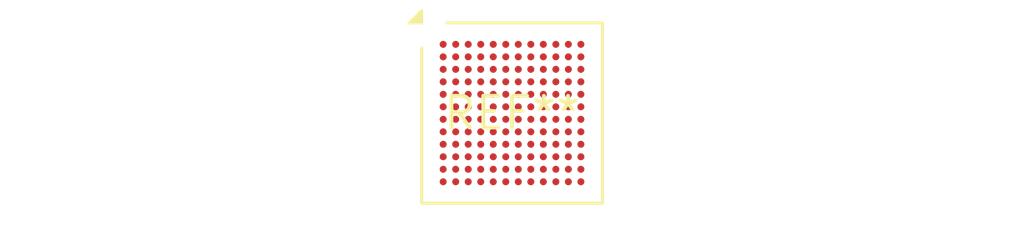
<source format=kicad_pcb>
(kicad_pcb (version 20240108) (generator pcbnew)
  (layers (0 "F.Cu" signal) (31 "B.Cu" signal) (34 "B.Paste" user) (35 "F.Paste" user) (36 "B.SilkS" user "B.Silkscreen") (37 "F.SilkS" user "F.Silkscreen") (38 "B.Mask" user) (39 "F.Mask" user) (44 "Edge.Cuts" user))
  (net 0 "")
  (footprint "UFBGA-144_7x7mm_Layout12x12_P0.5mm" (layer "F.Cu") (at 0 0)
    (property "Reference" "REF**")
    (property "Value" "UFBGA-144_7x7mm_Layout12x12_P0.5mm")
    (fp_line (start -3.61 3.61) (end -3.61 -2.61) (layer "F.SilkS") (stroke (width 0.12)))
    (fp_line (start -2.61 -3.61) (end 3.61 -3.61) (layer "F.SilkS") (stroke (width 0.12)))
    (fp_line (start 3.61 -3.61) (end 3.61 3.61) (layer "F.SilkS") (stroke (width 0.12)))
    (fp_line (start 3.61 3.61) (end -3.61 3.61) (layer "F.SilkS") (stroke (width 0.12)))
    (fp_poly (pts (xy -3.61 -3.61) (xy -4.11 -3.61) (xy -3.61 -4.11) (xy -3.61 -3.61)) (layer "F.SilkS") (stroke (width 0.12)) (fill solid))
    (pad "A1" smd circle (at -2.75 -2.75) (size 0.28 0.28) (property pad_prop_bga) (layers "F.Cu" "F.Paste" "F.Mask"))
    (pad "A2" smd circle (at -2.25 -2.75) (size 0.28 0.28) (property pad_prop_bga) (layers "F.Cu" "F.Paste" "F.Mask"))
    (pad "A3" smd circle (at -1.75 -2.75) (size 0.28 0.28) (property pad_prop_bga) (layers "F.Cu" "F.Paste" "F.Mask"))
    (pad "A4" smd circle (at -1.25 -2.75) (size 0.28 0.28) (property pad_prop_bga) (layers "F.Cu" "F.Paste" "F.Mask"))
    (pad "A5" smd circle (at -0.75 -2.75) (size 0.28 0.28) (property pad_prop_bga) (layers "F.Cu" "F.Paste" "F.Mask"))
    (pad "A6" smd circle (at -0.25 -2.75) (size 0.28 0.28) (property pad_prop_bga) (layers "F.Cu" "F.Paste" "F.Mask"))
    (pad "A7" smd circle (at 0.25 -2.75) (size 0.28 0.28) (property pad_prop_bga) (layers "F.Cu" "F.Paste" "F.Mask"))
    (pad "A8" smd circle (at 0.75 -2.75) (size 0.28 0.28) (property pad_prop_bga) (layers "F.Cu" "F.Paste" "F.Mask"))
    (pad "A9" smd circle (at 1.25 -2.75) (size 0.28 0.28) (property pad_prop_bga) (layers "F.Cu" "F.Paste" "F.Mask"))
    (pad "A10" smd circle (at 1.75 -2.75) (size 0.28 0.28) (property pad_prop_bga) (layers "F.Cu" "F.Paste" "F.Mask"))
    (pad "A11" smd circle (at 2.25 -2.75) (size 0.28 0.28) (property pad_prop_bga) (layers "F.Cu" "F.Paste" "F.Mask"))
    (pad "A12" smd circle (at 2.75 -2.75) (size 0.28 0.28) (property pad_prop_bga) (layers "F.Cu" "F.Paste" "F.Mask"))
    (pad "B1" smd circle (at -2.75 -2.25) (size 0.28 0.28) (property pad_prop_bga) (layers "F.Cu" "F.Paste" "F.Mask"))
    (pad "B2" smd circle (at -2.25 -2.25) (size 0.28 0.28) (property pad_prop_bga) (layers "F.Cu" "F.Paste" "F.Mask"))
    (pad "B3" smd circle (at -1.75 -2.25) (size 0.28 0.28) (property pad_prop_bga) (layers "F.Cu" "F.Paste" "F.Mask"))
    (pad "B4" smd circle (at -1.25 -2.25) (size 0.28 0.28) (property pad_prop_bga) (layers "F.Cu" "F.Paste" "F.Mask"))
    (pad "B5" smd circle (at -0.75 -2.25) (size 0.28 0.28) (property pad_prop_bga) (layers "F.Cu" "F.Paste" "F.Mask"))
    (pad "B6" smd circle (at -0.25 -2.25) (size 0.28 0.28) (property pad_prop_bga) (layers "F.Cu" "F.Paste" "F.Mask"))
    (pad "B7" smd circle (at 0.25 -2.25) (size 0.28 0.28) (property pad_prop_bga) (layers "F.Cu" "F.Paste" "F.Mask"))
    (pad "B8" smd circle (at 0.75 -2.25) (size 0.28 0.28) (property pad_prop_bga) (layers "F.Cu" "F.Paste" "F.Mask"))
    (pad "B9" smd circle (at 1.25 -2.25) (size 0.28 0.28) (property pad_prop_bga) (layers "F.Cu" "F.Paste" "F.Mask"))
    (pad "B10" smd circle (at 1.75 -2.25) (size 0.28 0.28) (property pad_prop_bga) (layers "F.Cu" "F.Paste" "F.Mask"))
    (pad "B11" smd circle (at 2.25 -2.25) (size 0.28 0.28) (property pad_prop_bga) (layers "F.Cu" "F.Paste" "F.Mask"))
    (pad "B12" smd circle (at 2.75 -2.25) (size 0.28 0.28) (property pad_prop_bga) (layers "F.Cu" "F.Paste" "F.Mask"))
    (pad "C1" smd circle (at -2.75 -1.75) (size 0.28 0.28) (property pad_prop_bga) (layers "F.Cu" "F.Paste" "F.Mask"))
    (pad "C2" smd circle (at -2.25 -1.75) (size 0.28 0.28) (property pad_prop_bga) (layers "F.Cu" "F.Paste" "F.Mask"))
    (pad "C3" smd circle (at -1.75 -1.75) (size 0.28 0.28) (property pad_prop_bga) (layers "F.Cu" "F.Paste" "F.Mask"))
    (pad "C4" smd circle (at -1.25 -1.75) (size 0.28 0.28) (property pad_prop_bga) (layers "F.Cu" "F.Paste" "F.Mask"))
    (pad "C5" smd circle (at -0.75 -1.75) (size 0.28 0.28) (property pad_prop_bga) (layers "F.Cu" "F.Paste" "F.Mask"))
    (pad "C6" smd circle (at -0.25 -1.75) (size 0.28 0.28) (property pad_prop_bga) (layers "F.Cu" "F.Paste" "F.Mask"))
    (pad "C7" smd circle (at 0.25 -1.75) (size 0.28 0.28) (property pad_prop_bga) (layers "F.Cu" "F.Paste" "F.Mask"))
    (pad "C8" smd circle (at 0.75 -1.75) (size 0.28 0.28) (property pad_prop_bga) (layers "F.Cu" "F.Paste" "F.Mask"))
    (pad "C9" smd circle (at 1.25 -1.75) (size 0.28 0.28) (property pad_prop_bga) (layers "F.Cu" "F.Paste" "F.Mask"))
    (pad "C10" smd circle (at 1.75 -1.75) (size 0.28 0.28) (property pad_prop_bga) (layers "F.Cu" "F.Paste" "F.Mask"))
    (pad "C11" smd circle (at 2.25 -1.75) (size 0.28 0.28) (property pad_prop_bga) (layers "F.Cu" "F.Paste" "F.Mask"))
    (pad "C12" smd circle (at 2.75 -1.75) (size 0.28 0.28) (property pad_prop_bga) (layers "F.Cu" "F.Paste" "F.Mask"))
    (pad "D1" smd circle (at -2.75 -1.25) (size 0.28 0.28) (property pad_prop_bga) (layers "F.Cu" "F.Paste" "F.Mask"))
    (pad "D2" smd circle (at -2.25 -1.25) (size 0.28 0.28) (property pad_prop_bga) (layers "F.Cu" "F.Paste" "F.Mask"))
    (pad "D3" smd circle (at -1.75 -1.25) (size 0.28 0.28) (property pad_prop_bga) (layers "F.Cu" "F.Paste" "F.Mask"))
    (pad "D4" smd circle (at -1.25 -1.25) (size 0.28 0.28) (property pad_prop_bga) (layers "F.Cu" "F.Paste" "F.Mask"))
    (pad "D5" smd circle (at -0.75 -1.25) (size 0.28 0.28) (property pad_prop_bga) (layers "F.Cu" "F.Paste" "F.Mask"))
    (pad "D6" smd circle (at -0.25 -1.25) (size 0.28 0.28) (property pad_prop_bga) (layers "F.Cu" "F.Paste" "F.Mask"))
    (pad "D7" smd circle (at 0.25 -1.25) (size 0.28 0.28) (property pad_prop_bga) (layers "F.Cu" "F.Paste" "F.Mask"))
    (pad "D8" smd circle (at 0.75 -1.25) (size 0.28 0.28) (property pad_prop_bga) (layers "F.Cu" "F.Paste" "F.Mask"))
    (pad "D9" smd circle (at 1.25 -1.25) (size 0.28 0.28) (property pad_prop_bga) (layers "F.Cu" "F.Paste" "F.Mask"))
    (pad "D10" smd circle (at 1.75 -1.25) (size 0.28 0.28) (property pad_prop_bga) (layers "F.Cu" "F.Paste" "F.Mask"))
    (pad "D11" smd circle (at 2.25 -1.25) (size 0.28 0.28) (property pad_prop_bga) (layers "F.Cu" "F.Paste" "F.Mask"))
    (pad "D12" smd circle (at 2.75 -1.25) (size 0.28 0.28) (property pad_prop_bga) (layers "F.Cu" "F.Paste" "F.Mask"))
    (pad "E1" smd circle (at -2.75 -0.75) (size 0.28 0.28) (property pad_prop_bga) (layers "F.Cu" "F.Paste" "F.Mask"))
    (pad "E2" smd circle (at -2.25 -0.75) (size 0.28 0.28) (property pad_prop_bga) (layers "F.Cu" "F.Paste" "F.Mask"))
    (pad "E3" smd circle (at -1.75 -0.75) (size 0.28 0.28) (property pad_prop_bga) (layers "F.Cu" "F.Paste" "F.Mask"))
    (pad "E4" smd circle (at -1.25 -0.75) (size 0.28 0.28) (property pad_prop_bga) (layers "F.Cu" "F.Paste" "F.Mask"))
    (pad "E5" smd circle (at -0.75 -0.75) (size 0.28 0.28) (property pad_prop_bga) (layers "F.Cu" "F.Paste" "F.Mask"))
    (pad "E6" smd circle (at -0.25 -0.75) (size 0.28 0.28) (property pad_prop_bga) (layers "F.Cu" "F.Paste" "F.Mask"))
    (pad "E7" smd circle (at 0.25 -0.75) (size 0.28 0.28) (property pad_prop_bga) (layers "F.Cu" "F.Paste" "F.Mask"))
    (pad "E8" smd circle (at 0.75 -0.75) (size 0.28 0.28) (property pad_prop_bga) (layers "F.Cu" "F.Paste" "F.Mask"))
    (pad "E9" smd circle (at 1.25 -0.75) (size 0.28 0.28) (property pad_prop_bga) (layers "F.Cu" "F.Paste" "F.Mask"))
    (pad "E10" smd circle (at 1.75 -0.75) (size 0.28 0.28) (property pad_prop_bga) (layers "F.Cu" "F.Paste" "F.Mask"))
    (pad "E11" smd circle (at 2.25 -0.75) (size 0.28 0.28) (property pad_prop_bga) (layers "F.Cu" "F.Paste" "F.Mask"))
    (pad "E12" smd circle (at 2.75 -0.75) (size 0.28 0.28) (property pad_prop_bga) (layers "F.Cu" "F.Paste" "F.Mask"))
    (pad "F1" smd circle (at -2.75 -0.25) (size 0.28 0.28) (property pad_prop_bga) (layers "F.Cu" "F.Paste" "F.Mask"))
    (pad "F2" smd circle (at -2.25 -0.25) (size 0.28 0.28) (property pad_prop_bga) (layers "F.Cu" "F.Paste" "F.Mask"))
    (pad "F3" smd circle (at -1.75 -0.25) (size 0.28 0.28) (property pad_prop_bga) (layers "F.Cu" "F.Paste" "F.Mask"))
    (pad "F4" smd circle (at -1.25 -0.25) (size 0.28 0.28) (property pad_prop_bga) (layers "F.Cu" "F.Paste" "F.Mask"))
    (pad "F5" smd circle (at -0.75 -0.25) (size 0.28 0.28) (property pad_prop_bga) (layers "F.Cu" "F.Paste" "F.Mask"))
    (pad "F6" smd circle (at -0.25 -0.25) (size 0.28 0.28) (property pad_prop_bga) (layers "F.Cu" "F.Paste" "F.Mask"))
    (pad "F7" smd circle (at 0.25 -0.25) (size 0.28 0.28) (property pad_prop_bga) (layers "F.Cu" "F.Paste" "F.Mask"))
    (pad "F8" smd circle (at 0.75 -0.25) (size 0.28 0.28) (property pad_prop_bga) (layers "F.Cu" "F.Paste" "F.Mask"))
    (pad "F9" smd circle (at 1.25 -0.25) (size 0.28 0.28) (property pad_prop_bga) (layers "F.Cu" "F.Paste" "F.Mask"))
    (pad "F10" smd circle (at 1.75 -0.25) (size 0.28 0.28) (property pad_prop_bga) (layers "F.Cu" "F.Paste" "F.Mask"))
    (pad "F11" smd circle (at 2.25 -0.25) (size 0.28 0.28) (property pad_prop_bga) (layers "F.Cu" "F.Paste" "F.Mask"))
    (pad "F12" smd circle (at 2.75 -0.25) (size 0.28 0.28) (property pad_prop_bga) (layers "F.Cu" "F.Paste" "F.Mask"))
    (pad "G1" smd circle (at -2.75 0.25) (size 0.28 0.28) (property pad_prop_bga) (layers "F.Cu" "F.Paste" "F.Mask"))
    (pad "G2" smd circle (at -2.25 0.25) (size 0.28 0.28) (property pad_prop_bga) (layers "F.Cu" "F.Paste" "F.Mask"))
    (pad "G3" smd circle (at -1.75 0.25) (size 0.28 0.28) (property pad_prop_bga) (layers "F.Cu" "F.Paste" "F.Mask"))
    (pad "G4" smd circle (at -1.25 0.25) (size 0.28 0.28) (property pad_prop_bga) (layers "F.Cu" "F.Paste" "F.Mask"))
    (pad "G5" smd circle (at -0.75 0.25) (size 0.28 0.28) (property pad_prop_bga) (layers "F.Cu" "F.Paste" "F.Mask"))
    (pad "G6" smd circle (at -0.25 0.25) (size 0.28 0.28) (property pad_prop_bga) (layers "F.Cu" "F.Paste" "F.Mask"))
    (pad "G7" smd circle (at 0.25 0.25) (size 0.28 0.28) (property pad_prop_bga) (layers "F.Cu" "F.Paste" "F.Mask"))
    (pad "G8" smd circle (at 0.75 0.25) (size 0.28 0.28) (property pad_prop_bga) (layers "F.Cu" "F.Paste" "F.Mask"))
    (pad "G9" smd circle (at 1.25 0.25) (size 0.28 0.28) (property pad_prop_bga) (layers "F.Cu" "F.Paste" "F.Mask"))
    (pad "G10" smd circle (at 1.75 0.25) (size 0.28 0.28) (property pad_prop_bga) (layers "F.Cu" "F.Paste" "F.Mask"))
    (pad "G11" smd circle (at 2.25 0.25) (size 0.28 0.28) (property pad_prop_bga) (layers "F.Cu" "F.Paste" "F.Mask"))
    (pad "G12" smd circle (at 2.75 0.25) (size 0.28 0.28) (property pad_prop_bga) (layers "F.Cu" "F.Paste" "F.Mask"))
    (pad "H1" smd circle (at -2.75 0.75) (size 0.28 0.28) (property pad_prop_bga) (layers "F.Cu" "F.Paste" "F.Mask"))
    (pad "H2" smd circle (at -2.25 0.75) (size 0.28 0.28) (property pad_prop_bga) (layers "F.Cu" "F.Paste" "F.Mask"))
    (pad "H3" smd circle (at -1.75 0.75) (size 0.28 0.28) (property pad_prop_bga) (layers "F.Cu" "F.Paste" "F.Mask"))
    (pad "H4" smd circle (at -1.25 0.75) (size 0.28 0.28) (property pad_prop_bga) (layers "F.Cu" "F.Paste" "F.Mask"))
    (pad "H5" smd circle (at -0.75 0.75) (size 0.28 0.28) (property pad_prop_bga) (layers "F.Cu" "F.Paste" "F.Mask"))
    (pad "H6" smd circle (at -0.25 0.75) (size 0.28 0.28) (property pad_prop_bga) (layers "F.Cu" "F.Paste" "F.Mask"))
    (pad "H7" smd circle (at 0.25 0.75) (size 0.28 0.28) (property pad_prop_bga) (layers "F.Cu" "F.Paste" "F.Mask"))
    (pad "H8" smd circle (at 0.75 0.75) (size 0.28 0.28) (property pad_prop_bga) (layers "F.Cu" "F.Paste" "F.Mask"))
    (pad "H9" smd circle (at 1.25 0.75) (size 0.28 0.28) (property pad_prop_bga) (layers "F.Cu" "F.Paste" "F.Mask"))
    (pad "H10" smd circle (at 1.75 0.75) (size 0.28 0.28) (property pad_prop_bga) (layers "F.Cu" "F.Paste" "F.Mask"))
    (pad "H11" smd circle (at 2.25 0.75) (size 0.28 0.28) (property pad_prop_bga) (layers "F.Cu" "F.Paste" "F.Mask"))
    (pad "H12" smd circle (at 2.75 0.75) (size 0.28 0.28) (property pad_prop_bga) (layers "F.Cu" "F.Paste" "F.Mask"))
    (pad "J1" smd circle (at -2.75 1.25) (size 0.28 0.28) (property pad_prop_bga) (layers "F.Cu" "F.Paste" "F.Mask"))
    (pad "J2" smd circle (at -2.25 1.25) (size 0.28 0.28) (property pad_prop_bga) (layers "F.Cu" "F.Paste" "F.Mask"))
    (pad "J3" smd circle (at -1.75 1.25) (size 0.28 0.28) (property pad_prop_bga) (layers "F.Cu" "F.Paste" "F.Mask"))
    (pad "J4" smd circle (at -1.25 1.25) (size 0.28 0.28) (property pad_prop_bga) (layers "F.Cu" "F.Paste" "F.Mask"))
    (pad "J5" smd circle (at -0.75 1.25) (size 0.28 0.28) (property pad_prop_bga) (layers "F.Cu" "F.Paste" "F.Mask"))
    (pad "J6" smd circle (at -0.25 1.25) (size 0.28 0.28) (property pad_prop_bga) (layers "F.Cu" "F.Paste" "F.Mask"))
    (pad "J7" smd circle (at 0.25 1.25) (size 0.28 0.28) (property pad_prop_bga) (layers "F.Cu" "F.Paste" "F.Mask"))
    (pad "J8" smd circle (at 0.75 1.25) (size 0.28 0.28) (property pad_prop_bga) (layers "F.Cu" "F.Paste" "F.Mask"))
    (pad "J9" smd circle (at 1.25 1.25) (size 0.28 0.28) (property pad_prop_bga) (layers "F.Cu" "F.Paste" "F.Mask"))
    (pad "J10" smd circle (at 1.75 1.25) (size 0.28 0.28) (property pad_prop_bga) (layers "F.Cu" "F.Paste" "F.Mask"))
    (pad "J11" smd circle (at 2.25 1.25) (size 0.28 0.28) (property pad_prop_bga) (layers "F.Cu" "F.Paste" "F.Mask"))
    (pad "J12" smd circle (at 2.75 1.25) (size 0.28 0.28) (property pad_prop_bga) (layers "F.Cu" "F.Paste" "F.Mask"))
    (pad "K1" smd circle (at -2.75 1.75) (size 0.28 0.28) (property pad_prop_bga) (layers "F.Cu" "F.Paste" "F.Mask"))
    (pad "K2" smd circle (at -2.25 1.75) (size 0.28 0.28) (property pad_prop_bga) (layers "F.Cu" "F.Paste" "F.Mask"))
    (pad "K3" smd circle (at -1.75 1.75) (size 0.28 0.28) (property pad_prop_bga) (layers "F.Cu" "F.Paste" "F.Mask"))
    (pad "K4" smd circle (at -1.25 1.75) (size 0.28 0.28) (property pad_prop_bga) (layers "F.Cu" "F.Paste" "F.Mask"))
    (pad "K5" smd circle (at -0.75 1.75) (size 0.28 0.28) (property pad_prop_bga) (layers "F.Cu" "F.Paste" "F.Mask"))
    (pad "K6" smd circle (at -0.25 1.75) (size 0.28 0.28) (property pad_prop_bga) (layers "F.Cu" "F.Paste" "F.Mask"))
    (pad "K7" smd circle (at 0.25 1.75) (size 0.28 0.28) (property pad_prop_bga) (layers "F.Cu" "F.Paste" "F.Mask"))
    (pad "K8" smd circle (at 0.75 1.75) (size 0.28 0.28) (property pad_prop_bga) (layers "F.Cu" "F.Paste" "F.Mask"))
    (pad "K9" smd circle (at 1.25 1.75) (size 0.28 0.28) (property pad_prop_bga) (layers "F.Cu" "F.Paste" "F.Mask"))
    (pad "K10" smd circle (at 1.75 1.75) (size 0.28 0.28) (property pad_prop_bga) (layers "F.Cu" "F.Paste" "F.Mask"))
    (pad "K11" smd circle (at 2.25 1.75) (size 0.28 0.28) (property pad_prop_bga) (layers "F.Cu" "F.Paste" "F.Mask"))
    (pad "K12" smd circle (at 2.75 1.75) (size 0.28 0.28) (property pad_prop_bga) (layers "F.Cu" "F.Paste" "F.Mask"))
    (pad "L1" smd circle (at -2.75 2.25) (size 0.28 0.28) (property pad_prop_bga) (layers "F.Cu" "F.Paste" "F.Mask"))
    (pad "L2" smd circle (at -2.25 2.25) (size 0.28 0.28) (property pad_prop_bga) (layers "F.Cu" "F.Paste" "F.Mask"))
    (pad "L3" smd circle (at -1.75 2.25) (size 0.28 0.28) (property pad_prop_bga) (layers "F.Cu" "F.Paste" "F.Mask"))
    (pad "L4" smd circle (at -1.25 2.25) (size 0.28 0.28) (property pad_prop_bga) (layers "F.Cu" "F.Paste" "F.Mask"))
    (pad "L5" smd circle (at -0.75 2.25) (size 0.28 0.28) (property pad_prop_bga) (layers "F.Cu" "F.Paste" "F.Mask"))
    (pad "L6" smd circle (at -0.25 2.25) (size 0.28 0.28) (property pad_prop_bga) (layers "F.Cu" "F.Paste" "F.Mask"))
    (pad "L7" smd circle (at 0.25 2.25) (size 0.28 0.28) (property pad_prop_bga) (layers "F.Cu" "F.Paste" "F.Mask"))
    (pad "L8" smd circle (at 0.75 2.25) (size 0.28 0.28) (property pad_prop_bga) (layers "F.Cu" "F.Paste" "F.Mask"))
    (pad "L9" smd circle (at 1.25 2.25) (size 0.28 0.28) (property pad_prop_bga) (layers "F.Cu" "F.Paste" "F.Mask"))
    (pad "L10" smd circle (at 1.75 2.25) (size 0.28 0.28) (property pad_prop_bga) (layers "F.Cu" "F.Paste" "F.Mask"))
    (pad "L11" smd circle (at 2.25 2.25) (size 0.28 0.28) (property pad_prop_bga) (layers "F.Cu" "F.Paste" "F.Mask"))
    (pad "L12" smd circle (at 2.75 2.25) (size 0.28 0.28) (property pad_prop_bga) (layers "F.Cu" "F.Paste" "F.Mask"))
    (pad "M1" smd circle (at -2.75 2.75) (size 0.28 0.28) (property pad_prop_bga) (layers "F.Cu" "F.Paste" "F.Mask"))
    (pad "M2" smd circle (at -2.25 2.75) (size 0.28 0.28) (property pad_prop_bga) (layers "F.Cu" "F.Paste" "F.Mask"))
    (pad "M3" smd circle (at -1.75 2.75) (size 0.28 0.28) (property pad_prop_bga) (layers "F.Cu" "F.Paste" "F.Mask"))
    (pad "M4" smd circle (at -1.25 2.75) (size 0.28 0.28) (property pad_prop_bga) (layers "F.Cu" "F.Paste" "F.Mask"))
    (pad "M5" smd circle (at -0.75 2.75) (size 0.28 0.28) (property pad_prop_bga) (layers "F.Cu" "F.Paste" "F.Mask"))
    (pad "M6" smd circle (at -0.25 2.75) (size 0.28 0.28) (property pad_prop_bga) (layers "F.Cu" "F.Paste" "F.Mask"))
    (pad "M7" smd circle (at 0.25 2.75) (size 0.28 0.28) (property pad_prop_bga) (layers "F.Cu" "F.Paste" "F.Mask"))
    (pad "M8" smd circle (at 0.75 2.75) (size 0.28 0.28) (property pad_prop_bga) (layers "F.Cu" "F.Paste" "F.Mask"))
    (pad "M9" smd circle (at 1.25 2.75) (size 0.28 0.28) (property pad_prop_bga) (layers "F.Cu" "F.Paste" "F.Mask"))
    (pad "M10" smd circle (at 1.75 2.75) (size 0.28 0.28) (property pad_prop_bga) (layers "F.Cu" "F.Paste" "F.Mask"))
    (pad "M11" smd circle (at 2.25 2.75) (size 0.28 0.28) (property pad_prop_bga) (layers "F.Cu" "F.Paste" "F.Mask"))
    (pad "M12" smd circle (at 2.75 2.75) (size 0.28 0.28) (property pad_prop_bga) (layers "F.Cu" "F.Paste" "F.Mask"))
  )
)
</source>
